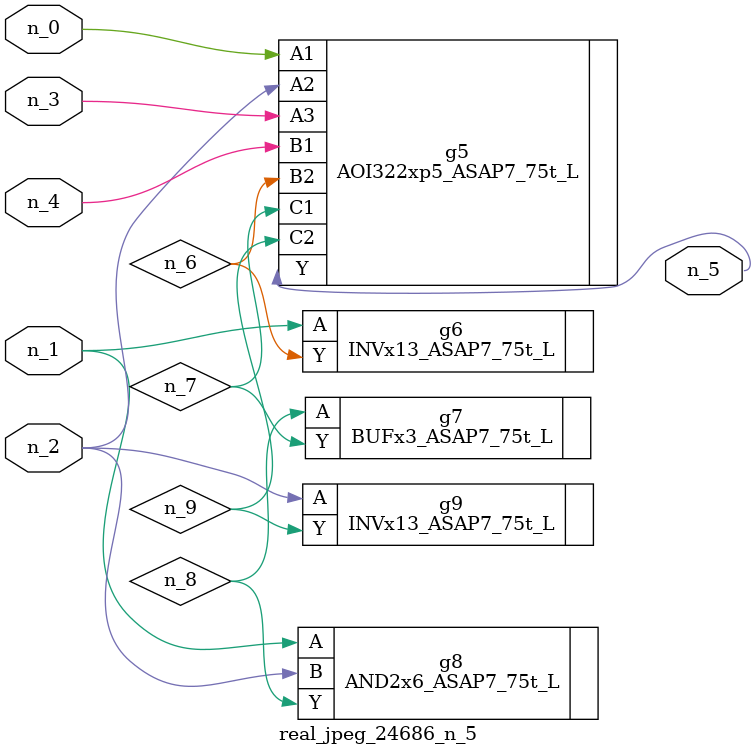
<source format=v>
module real_jpeg_24686_n_5 (n_4, n_0, n_1, n_2, n_3, n_5);

input n_4;
input n_0;
input n_1;
input n_2;
input n_3;

output n_5;

wire n_8;
wire n_6;
wire n_7;
wire n_9;

AOI322xp5_ASAP7_75t_L g5 ( 
.A1(n_0),
.A2(n_2),
.A3(n_3),
.B1(n_4),
.B2(n_6),
.C1(n_7),
.C2(n_9),
.Y(n_5)
);

INVx13_ASAP7_75t_L g6 ( 
.A(n_1),
.Y(n_6)
);

AND2x6_ASAP7_75t_L g8 ( 
.A(n_1),
.B(n_2),
.Y(n_8)
);

INVx13_ASAP7_75t_L g9 ( 
.A(n_2),
.Y(n_9)
);

BUFx3_ASAP7_75t_L g7 ( 
.A(n_8),
.Y(n_7)
);


endmodule
</source>
